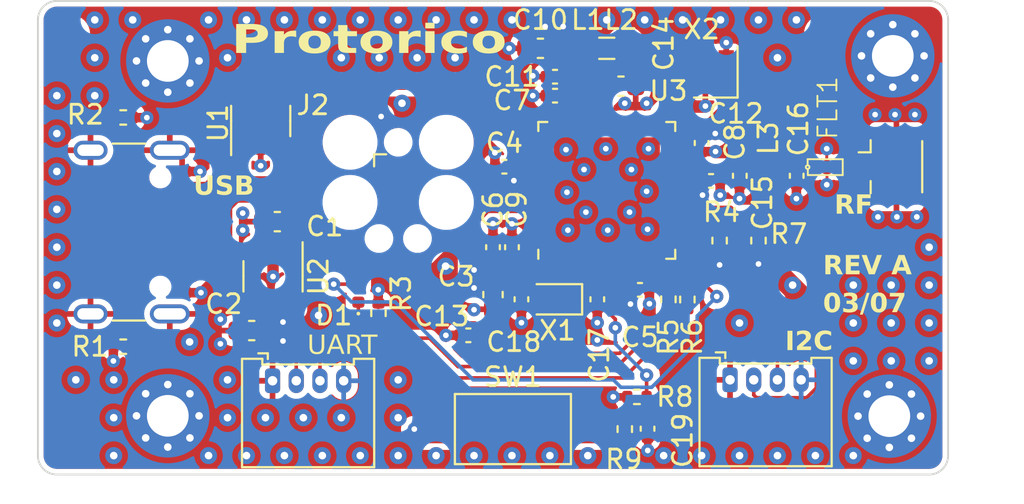
<source format=kicad_pcb>
(kicad_pcb (version 20221018) (generator pcbnew)
  (layers (0 "F.Cu" signal) (1 "In1.Cu" signal) (2 "In2.Cu" signal) (31 "B.Cu" signal) (34 "B.Paste" user) (35 "F.Paste" user) (36 "B.SilkS" user "B.Silkscreen") (37 "F.SilkS" user "F.Silkscreen") (38 "B.Mask" user) (39 "F.Mask" user) (44 "Edge.Cuts" user))
  (net 0 "")
  (net 1 "+5V")
  (net 2 "GND")
  (net 3 "+3.3V")
  (net 4 "/SWD_NRST")
  (net 5 "/RF")
  (net 6 "/RF_MATCH")
  (net 7 "/LSE_OUT")
  (net 8 "/LSE_IN")
  (net 9 "/LED_C")
  (net 10 "/LED_A")
  (net 11 "/RF_ANT")
  (net 12 "/USBC_CC1")
  (net 13 "/USBC_D+")
  (net 14 "/USBC_D-")
  (net 16 "/USBC_CC2")
  (net 18 "/SWD_DIO")
  (net 19 "/SWD_CLK")
  (net 20 "/SWD_TRC")
  (net 21 "/I2C_SDA")
  (net 22 "/UART_TX")
  (net 23 "/UART_RX")
  (net 24 "/I2C_SCL")
  (net 25 "/USB_D+")
  (net 26 "/USB_D-")
  (net 36 "/HSE_OUT")
  (net 37 "/HSE_IN")
  (net 49 "/SMPS_FB")
  (net 50 "/BOOT0")
  (net 51 "/SMPS_LX")
  (net 52 "/SMPS_LXL")
  (net 53 "/UART_TXC")
  (net 54 "/UART_RXC")
  (net 55 "/BSW")
  (footprint "Resistor_SMD:R_0402_1005Metric" (layer "F.Cu") (at 73.25 75.75 90)
    (fp_text reference "R5")
    (fp_text value "220R")
  )
  (footprint "MountingHole:MountingHole_2.2mm_M2_Pad_Via" (layer "F.Cu") (at 46.85 81.9)
    (fp_text reference "H3" hide)
    (fp_text value "MountingHole_Pad")
  )
  (footprint "LED_SMD:LED_0402_1005Metric" (layer "F.Cu") (at 56.9 75.415 90)
    (fp_text reference "D1")
    (fp_text value "LED")
  )
  (footprint "STM_MCU:DLF162500LT-5028A1" (layer "F.Cu") (at 81.6125 68.7725)
    (fp_text reference "FLT1")
    (fp_text value "DLF162500LT-5028A1")
  )
  (footprint "Capacitor_SMD:C_0402_1005Metric" (layer "F.Cu") (at 65 73 90)
    (fp_text reference "C9")
    (fp_text value "100n")
  )
  (footprint "Capacitor_SMD:C_0402_1005Metric" (layer "F.Cu") (at 67.27 64 180)
    (fp_text reference "C11")
    (fp_text value "100n")
  )
  (footprint "Fiducial:Fiducial_1mm_Mask2mm" (layer "F.Cu") (at 41.75 83.25)
    (fp_text reference "FM3" hide)
    (fp_text value "Fiducial")
  )
  (footprint "Inductor_SMD:L_0402_1005Metric" (layer "F.Cu") (at 78.515 68.75)
    (fp_text reference "L3")
    (fp_text value "2n7")
  )
  (footprint "Resistor_SMD:R_0402_1005Metric" (layer "F.Cu") (at 78 72.65 90)
    (fp_text reference "R7")
    (fp_text value "5k1")
  )
  (footprint "Crystal:Crystal_SMD_2012-2Pin_2.0x1.2mm" (layer "F.Cu") (at 67.5 75.75 180)
    (fp_text reference "X1")
    (fp_text value "32kHz768")
  )
  (footprint "Capacitor_SMD:C_0603_1608Metric" (layer "F.Cu") (at 64 75.5 -90)
    (fp_text reference "C3")
    (fp_text value "4u7")
  )
  (footprint "Package_DFN_QFN:QFN-48-1EP_7x7mm_P0.5mm_EP5.6x5.6mm" (layer "F.Cu") (at 70 70 90)
    (fp_text reference "U3")
    (fp_text value "STM32WB55CEUx")
  )
  (footprint "Capacitor_SMD:C_0402_1005Metric" (layer "F.Cu") (at 77.015 69.23 -90)
    (fp_text reference "C15")
    (fp_text value "0p8")
  )
  (footprint "Resistor_SMD:R_0402_1005Metric" (layer "F.Cu") (at 44.5 66.15)
    (fp_text reference "R2")
    (fp_text value "5k1")
  )
  (footprint "Capacitor_SMD:C_0402_1005Metric" (layer "F.Cu") (at 75.5 69.5)
    (fp_text reference "C8")
    (fp_text value "100n")
  )
  (footprint "Fiducial:Fiducial_1mm_Mask2mm" (layer "F.Cu") (at 81.4 61.75)
    (fp_text reference "FM2" hide)
    (fp_text value "Fiducial")
  )
  (footprint "Package_TO_SOT_SMD:SOT-23-5" (layer "F.Cu") (at 52.4 74.5375 -90)
    (fp_text reference "U2")
    (fp_text value "MIC5365-3.3YD5")
  )
  (footprint "Capacitor_SMD:C_0603_1608Metric" (layer "F.Cu") (at 51.275 77.4 180)
    (fp_text reference "C2")
    (fp_text value "4u7")
  )
  (footprint "Capacitor_SMD:C_0402_1005Metric" (layer "F.Cu") (at 69.5 75.75 -90)
    (fp_text reference "C17")
    (fp_text value "10p")
  )
  (footprint "Crystal:Crystal_SMD_2016-4Pin_2.0x1.6mm" (layer "F.Cu") (at 75.75 63.75 90)
    (fp_text reference "X2")
    (fp_text value "32MHz")
  )
  (footprint "Connector:Tag-Connect_TC2030-IDC-FP_2x03_P1.27mm_Vertical" (layer "F.Cu") (at 59 70 -90)
    (fp_text reference "J2")
    (fp_text value "TC2030")
  )
  (footprint "Connector_Coaxial:U.FL_Hirose_U.FL-R-SMT-1_Vertical" (layer "F.Cu") (at 84.8 68.75)
    (fp_text reference "J5" hide)
    (fp_text value "Conn_Coaxial")
  )
  (footprint "MountingHole:MountingHole_2.2mm_M2_Pad_Via" (layer "F.Cu") (at 84.9 81.916726)
    (fp_text reference "H4" hide)
    (fp_text value "MountingHole_Pad")
  )
  (footprint "Capacitor_SMD:C_0402_1005Metric" (layer "F.Cu") (at 71.75 75.25)
    (fp_text reference "C5")
    (fp_text value "100n")
  )
  (footprint "Capacitor_SMD:C_0603_1608Metric" (layer "F.Cu") (at 52.625 71.65 180)
    (fp_text reference "C1")
    (fp_text value "4u7")
  )
  (footprint "Resistor_SMD:R_0402_1005Metric" (layer "F.Cu") (at 74.25 75.76 90)
    (fp_text reference "R6")
    (fp_text value "220R")
  )
  (footprint "Connector_Molex:Molex_PicoBlade_53048-0410_1x04_P1.25mm_Horizontal" (layer "F.Cu") (at 52.375 80.05)
    (fp_text reference "J3" hide)
    (fp_text value "Conn_01x04")
  )
  (footprint "Inductor_SMD:L_0402_1005Metric" (layer "F.Cu") (at 68.75 64.5 90)
    (fp_text reference "L1")
    (fp_text value "10n")
  )
  (footprint "Resistor_SMD:R_0402_1005Metric" (layer "F.Cu") (at 70.95 82.6 -90)
    (fp_text reference "R9")
    (fp_text value "220R")
  )
  (footprint "Capacitor_SMD:C_0603_1608Metric" (layer "F.Cu") (at 70.75 64.5)
    (fp_text reference "C14")
    (fp_text value "4u7")
  )
  (footprint "Capacitor_SMD:C_0402_1005Metric" (layer "F.Cu") (at 65.5 75.75 -90)
    (fp_text reference "C18")
    (fp_text value "10p")
  )
  (footprint "Capacitor_SMD:C_0402_1005Metric" (layer "F.Cu") (at 64 73 90)
    (fp_text reference "C6")
    (fp_text value "100n")
  )
  (footprint "Resistor_SMD:R_0402_1005Metric" (layer "F.Cu") (at 44.5 78.25 180)
    (fp_text reference "R1")
    (fp_text value "5k1")
  )
  (footprint "Capacitor_SMD:C_0402_1005Metric" (layer "F.Cu") (at 80.015 69.23 -90)
    (fp_text reference "C16")
    (fp_text value "0p3")
  )
  (footprint "Capacitor_SMD:C_0402_1005Metric" (layer "F.Cu") (at 72.15 82.58 -90)
    (fp_text reference "C19")
    (fp_text value "100n")
  )
  (footprint "Connector_Molex:Molex_PicoBlade_53048-0410_1x04_P1.25mm_Horizontal" (layer "F.Cu") (at 76.5 80)
    (fp_text reference "J4" hide)
    (fp_text value "Conn_01x04")
  )
  (footprint "Inductor_SMD:L_0805_2012Metric" (layer "F.Cu") (at 70 62.5)
    (fp_text reference "L2")
    (fp_text value "10u")
  )
  (footprint "MountingHole:MountingHole_2.2mm_M2_Pad_Via" (layer "F.Cu") (at 85.083274 62.9)
    (fp_text reference "H1" hide)
    (fp_text value "MountingHole_Pad")
  )
  (footprint "Capacitor_SMD:C_0402_1005Metric" (layer "F.Cu") (at 62.7 77.65 180)
    (fp_text reference "C13")
    (fp_text value "100n")
  )
  (footprint "Package_TO_SOT_SMD:SOT-23-6" (layer "F.Cu") (at 51.75 66.3375 90)
    (fp_text reference "U1")
    (fp_text value "USBLC6-2SC6")
  )
  (footprint "Capacitor_SMD:C_0402_1005Metric" (layer "F.Cu") (at 67.27 65 180)
    (fp_text reference "C7")
    (fp_text value "100n")
  )
  (footprint "Capacitor_SMD:C_0402_1005Metric" (layer "F.Cu") (at 64.6 68.75 180)
    (fp_text reference "C4")
    (fp_text value "100n")
  )
  (footprint "MountingHole:MountingHole_2.2mm_M2_Pad_Via" (layer "F.Cu") (at 46.85 63.166726)
    (fp_text reference "H2" hide)
    (fp_text value "MountingHole_Pad")
  )
  (footprint "Capacitor_SMD:C_0603_1608Metric" (layer "F.Cu") (at 66.5 62.5 180)
    (fp_text reference "C10")
    (fp_text value "4u7")
  )
  (footprint "Button_Switch_SMD:SW_SPST_CK_RS282G05A3" (layer "F.Cu") (at 65.05 82.6 180)
    (fp_text reference "SW1")
    (fp_text value "SW_Push")
  )
  (footprint "Resistor_SMD:R_0402_1005Metric" (layer "F.Cu") (at 57.96 76.48 -90)
    (fp_text reference "R3")
    (fp_text value "220R")
  )
  (footprint "Connector_USB:USB_C_Receptacle_GCT_USB4105-xx-A_16P_TopMnt_Horizontal" (layer "F.Cu") (at 43.85 72.2 -90)
    (fp_text reference "J1" hide)
    (fp_text value "USB_C_Receptacle_USB2.0")
  )
  (footprint "Resistor_SMD:R_0402_1005Metric" (layer "F.Cu") (at 71.59 80.9 180)
    (fp_text reference "R8")
    (fp_text value "5k1")
  )
  (footprint "Resistor_SMD:R_0402_1005Metric" (layer "F.Cu") (at 75.95 72.65 -90)
    (fp_text reference "R4")
    (fp_text value "5k1")
  )
  (footprint "Capacitor_SMD:C_0402_1005Metric" (layer "F.Cu") (at 75 67.5 -90)
    (fp_text reference "C12")
    (fp_text value "100n")
  )
  (footprint "Fiducial:Fiducial_1mm_Mask2mm" (layer "F.Cu") (at 41.75 61.75)
    (fp_text reference "FM1" hide)
    (fp_text value "Fiducial")
  )
  (gr_line (start 41 60) (end 68 60) (stroke (width 0.1)) (layer "Edge.Cuts"))
  (gr_line (start 40 84.000001) (end 40 61) (stroke (width 0.1)) (layer "Edge.Cuts"))
  (gr_arc (start 40.999999 85) (mid 40.292893 84.707107) (end 40 84.000001) (stroke (width 0.1)) (layer "Edge.Cuts"))
  (gr_line (start 88 61) (end 88 84) (stroke (width 0.1)) (layer "Edge.Cuts"))
  (gr_arc (start 87 60) (mid 87.707107 60.292893) (end 88 61) (stroke (width 0.1)) (layer "Edge.Cuts"))
  (gr_arc (start 88 84) (mid 87.707107 84.707107) (end 87 85) (stroke (width 0.1)) (layer "Edge.Cuts"))
  (gr_line (start 68 60) (end 87 60) (stroke (width 0.1)) (layer "Edge.Cuts"))
  (gr_arc (start 40 61) (mid 40.292893 60.292893) (end 41 60) (stroke (width 0.1)) (layer "Edge.Cuts"))
  (gr_line (start 87 85) (end 41 85) (stroke (width 0.1)) (layer "Edge.Cuts"))
  (gr_text "I2C" (at 79.4 78.6) (layer "F.SilkS") (effects (font (size 1 1) (thickness 0.2) bold) (justify left bottom)))
  (gr_text "REV A" (at 81.4 74.6) (layer "F.SilkS") (effects (font (size 1 1) (thickness 0.1875)) (justify left bottom)))
  (gr_text "USB" (at 48.2 70.4) (layer "F.SilkS") (effects (font (size 1 1) (thickness 0.25) bold) (justify left bottom)))
  (gr_text "RF" (at 82 71.4) (layer "F.SilkS") (effects (font (size 1 1) (thickness 0.25) bold) (justify left bottom)))
  (gr_text "Protorico" (at 50.2 63) (layer "F.SilkS") (effects (font (size 1.5 2) (thickness 0.3) bold) (justify left bottom)))
  (gr_text "03/07" (at 81.4 76.6) (layer "F.SilkS") (effects (font (size 1 1) (thickness 0.1875)) (justify left bottom)))
  (gr_text "UART" (at 54.2 78.8) (layer "F.SilkS") (effects (font (size 1 1)) (justify left bottom)))
  (segment (start 53.4 71.65) (end 53.4 72.45) (width 0.5) (layer "F.Cu") (net 1))
  (segment (start 53.45 70.1) (end 53.15 70.4) (width 0.5) (layer "F.Cu") (net 1))
  (segment (start 53.4 73.35) (end 53.35 73.4) (width 0.5) (layer "F.Cu") (net 1))
  (segment (start 52.250001 66.3625) (end 53.102684 66.3625) (width 0.5) (layer "F.Cu") (net 1))
  (segment (start 48.931371 69.8) (end 47.53 69.8) (width 0.5) (layer "F.Cu") (net 1))
  (segment (start 49.8875 66.3625) (end 49.65 66.6) (width 0.5) (layer "F.Cu") (net 1))
  (segment (start 53.37 72.42) (end 53.4 72.45) (width 0.19) (layer "F.Cu") (net 1))
  (segment (start 50.468629 70.4) (end 53.15 70.4) (width 0.5) (layer "F.Cu") (net 1))
  (segment (start 51.45 73.4) (end 51.45 72.737501) (width 0.19) (layer "F.Cu") (net 1))
  (segment (start 53.102684 66.3625) (end 53.45 66.709816) (width 0.5) (layer "F.Cu") (net 1))
  (segment (start 53.4 70.65) (end 53.4 71.65) (width 0.5) (layer "F.Cu") (net 1))
  (segment (start 51.75 65.2) (end 51.75 65.862499) (width 0.5) (layer "F.Cu") (net 1))
  (segment (start 51.767501 72.42) (end 53.37 72.42) (width 0.19) (layer "F.Cu") (net 1))
  (segment (start 49.65 66.6) (end 49.65 69.081371) (width 0.5) (layer "F.Cu") (net 1))
  (segment (start 50 70.868629) (end 50.468629 70.4) (width 0.5) (layer "F.Cu") (net 1))
  (segment (start 53.45 66.709816) (end 53.45 70.1) (width 0.5) (layer "F.Cu") (net 1))
  (segment (start 51.75 65.862499) (end 52.250001 66.3625) (width 0.5) (layer "F.Cu") (net 1))
  (segment (start 48.199542 74.6) (end 50 72.799542) (width 0.5) (layer "F.Cu") (net 1))
  (segment (start 49.65 69.081371) (end 48.931371 69.8) (width 0.5) (layer "F.Cu") (net 1))
  (segment (start 47.53 74.6) (end 48.199542 74.6) (width 0.5) (layer "F.Cu") (net 1))
  (segment (start 53.15 70.4) (end 53.4 70.65) (width 0.5) (layer "F.Cu") (net 1))
  (segment (start 51.45 72.737501) (end 51.767501 72.42) (width 0.19) (layer "F.Cu") (net 1))
  (segment (start 53.4 72.45) (end 53.4 73.35) (width 0.5) (layer "F.Cu") (net 1))
  (segment (start 52.250001 66.3625) (end 49.8875 66.3625) (width 0.5) (layer "F.Cu") (net 1))
  (segment (start 50 72.799542) (end 50 70.868629) (width 0.5) (layer "F.Cu") (net 1))
  (segment (start 64.1 68.785) (end 64.1 68.015) (width 0.5) (layer "F.Cu") (net 2))
  (segment (start 81.6 67.8) (end 81.6 68.5325) (width 0.15) (layer "F.Cu") (net 2))
  (segment (start 74.965 67.95) (end 75.735 67.95) (width 0.5) (layer "F.Cu") (net 2))
  (segment (start 43.98 78.235) (end 43.98 79.005) (width 0.5) (layer "F.Cu") (net 2))
  (segment (start 69.25 69.25) (end 70 70) (width 0.25) (layer "F.Cu") (net 2))
  (segment (start 74.15 68.25) (end 74.42 67.98) (width 0.25) (layer "F.Cu") (net 2))
  (segment (start 51.75 68.7) (end 51.75 67.475) (width 0.15) (layer "F.Cu") (net 2))
  (segment (start 48.6 75.4) (end 47.53 75.4) (width 0.5) (layer "F.Cu") (net 2))
  (segment (start 48.55 69) (end 47.53 69) (width 0.5) (layer "F.Cu") (net 2))
  (segment (start 73.4375 68.25) (end 74.15 68.25) (width 0.25) (layer "F.Cu") (net 2))
  (segment (start 65 72.535) (end 65 71.765) (width 0.5) (layer "F.Cu") (net 2))
  (segment (start 74.42 67.98) (end 75 67.98) (width 0.25) (layer "F.Cu") (net 2))
  (segment (start 72.16 83.73) (end 72.16 83) (width 0.4) (layer "F.Cu") (net 2))
  (segment (start 65.5 76.215) (end 65.5 76.985) (width 0.5) (layer "F.Cu") (net 2))
  (segment (start 77 69.665) (end 77 70.435) (width 0.5) (layer "F.Cu") (net 2))
  (segment (start 81.6 68.5325) (end 81.6125 68.545) (width 0.15) (layer "F.Cu") (net 2))
  (segment (start 69.5 76.215) (end 69.5 76.985) (width 0.5) (layer "F.Cu") (net 2))
  (segment (start 75.98 69.485) (end 75.98 70.255) (width 0.5) (layer "F.Cu") (net 2))
  (segment (start 80 69.665) (end 80 70.435) (width 0.5) (layer "F.Cu") (net 2))
  (segment (start 70.34 80.9) (end 71.08 80.9) (width 0.4) (layer "F.Cu") (net 2))
  (segment (start 52.4 73.4) (end 52.4 74.55) (width 0.6) (layer "F.Cu") (net 2))
  (segment (start 44.975 66.16) (end 45.745 66.16) (width 0.5) (layer "F.Cu") (net 2))
  (segment (start 81.6 69.6) (end 81.6125 69.5875) (width 0.15) (layer "F.Cu") (net 2))
  (segment (start 57.95 76.015) (end 57.95 75.245) (width 0.5) (layer "F.Cu") (net 2))
  (segment (start 81.6 69.7) (end 81.6 69.6) (width 0.15) (layer "F.Cu") (net 2))
  (segment (start 62.285 77.65) (end 61.515 77.65) (width 0.5) (layer "F.Cu") (net 2))
  (segment (start 72.25 75.215) (end 72.25 75.985) (width 0.5) (layer "F.Cu") (net 2))
  (segment (start 64 72.52) (end 64 71.75) (width 0.5) (layer "F.Cu") (net 2))
  (segment (start 81.6125 69.5875) (end 81.6125 69) (width 0.15) (layer "F.Cu") (net 2))
  (segment (start 69.25 66.5625) (end 69.25 69.25) (width 0.25) (layer "F.Cu") (net 2))
  (via (at 84.3 71.4) (size 0.7) (drill 0.3) (layers "F.Cu" "B.Cu") (net 2))
  (via (at 44 80) (size 0.9) (drill 0.4) (layers "F.Cu" "B.Cu") (net 2))
  (via (at 72.15 72.05) (size 0.7) (drill 0.3) (layers "F.Cu" "B.Cu") (net 2))
  (via (at 86.25 66) (size 0.7) (drill 0.3) (layers "F.Cu" "B.Cu") (net 2))
  (via (at 61.5 74) (size 0.9) (drill 0.4) (layers "F.Cu" "B.Cu") (net 2))
  (via (at 74 61) (size 0.9) (drill 0.4) (layers "F.Cu" "B.Cu") (net 2))
  (via (at 75.2 65.55) (size 0.7) (drill 0.3) (layers "F.Cu" "B.Cu") (net 2))
  (via (at 81.6 67.8) (size 0.7) (drill 0.3) (layers "F.Cu" "B.Cu") (net 2))
  (via (at 85.3 71.4) (size 0.7) (drill 0.3) (layers "F.Cu" "B.Cu") (net 2))
  (via (at 87 73) (size 0.9) (drill 0.4) (layers "F.Cu" "B.Cu") (net 2))
  (via (at 81.6 69.7) (size 0.7) (drill 0.3) (layers "F.Cu" "B.Cu") (net 2))
  (via (at 41 65) (size 0.9) (drill 0.4) (layers "F.Cu" "B.Cu") (net 2))
  (via (at 52 82) (size 0.9) (drill 0.4) (layers "F.Cu" "B.Cu") (net 2))
  (via (at 63 61) (size 0.9) (drill 0.4) (layers "F.Cu" "B.Cu") (net 2))
  (via (at 41 73) (size 0.9) (drill 0.4) (layers "F.Cu" "B.Cu") (net 2))
  (via (at 75.735 67.95) (size 0.7) (drill 0.3) (layers "F.Cu" "B.Cu") (net 2))
  (via (at 72.1 70.05) (size 0.7) (drill 0.3) (layers "F.Cu" "B.Cu") (net 2))
  (via (at 54 82) (size 0.9) (drill 0.4) (layers "F.Cu" "B.Cu") (net 2))
  (via (at 84.15 66) (size 0.7) (drill 0.3) (layers "F.Cu" "B.Cu") (net 2))
  (via (at 77 84) (size 0.9) (drill 0.4) (layers "F.Cu" "B.Cu") (net 2))
  (via (at 45 61) (size 0.9) (drill 0.4) (layers "F.Cu" "B.Cu") (net 2))
  (via (at 41 69) (size 0.9) (drill 0.4) (layers "F.Cu" "B.Cu") (net 2))
  (via (at 41 75) (size 0.9) (drill 0.4) (layers "F.Cu" "B.Cu") (net 2))
  (via (at 59 84) (size 0.9) (drill 0.4) (layers "F.Cu" "B.Cu") (net 2))
  (via (at 59 82) (size 0.9) (drill 0.4) (layers "F.Cu" "B.Cu") (net 2))
  (via (at 78 61) (size 0.9) (drill 0.4) (layers "F.Cu" "B.Cu") (net 2))
  (via (at 63 76.3) (size 0.7) (drill 0.3) (layers "F.Cu" "B.Cu") (net 2))
  (via (at 65 84) (size 0.9) (drill 0.4) (layers "F.Cu" "B.Cu") (net 2))
  (via (at 55 84) (size 0.9) (drill 0.4) (layers "F.Cu" "B.Cu") (net 2))
  (via (at 71.3 68.9) (size 0.7) (drill 0.3) (layers "F.Cu" "B.Cu") (net 2))
  (via (at 80 70.435) (size 0.7) (drill 0.3) (layers "F.Cu" "B.Cu") (net 2))
  (via (at 77 77) (size 0.9) (drill 0.4) (layers "F.Cu" "B.Cu") (net 2))
  (via (at 50 80) (size 0.9) (drill 0.4) (layers "F.Cu" "B.Cu") (net 2))
  (via (at 86.35 71.4) (size 0.7) (drill 0.3) (layers "F.Cu" "B.Cu") (net 2))
  (via (at 87 75) (size 0.9) (drill 0.4) (layers "F.Cu" "B.Cu") (net 2))
  (via (at 41 67) (size 0.9) (drill 0.4) (layers "F.Cu" "B.Cu") (net 2))
  (via (at 83 79) (size 0.9) (drill 0.4) (layers "F.Cu" "B.Cu") (net 2))
  (via (at 83 77) (size 0.9) (drill 0.4) (layers "F.Cu" "B.Cu") (net 2))
  (via (at 79 63) (size 0.9) (drill 0.4) (layers "F.Cu" "B.Cu") (net 2))
  (via (at 81 84) (size 0.9) (drill 0.4) (layers "F.Cu" "B.Cu") (net 2))
  (via (at 50 63) (size 0.9) (drill 0.4) (layers "F.Cu" "B.Cu") (net 2))
  (via (at 49.625 78.1) (size 0.7) (drill 0.3) (layers "F.Cu" "B.Cu") (net 2))
  (via (at 61 61) (size 0.9) (drill 0.4) (layers "F.Cu" "B.Cu") (net 2))
  (via (at 60 63) (size 0.9) (drill 0.4) (layers "F.Cu" "B.Cu") (net 2))
  (via (at 71.2 71.15) (size 0.7) (drill 0.3) (layers "F.Cu" "B.Cu") (net 2))
  (via (at 83 75) (size 0.9) (drill 0.4) (layers "F.Cu" "B.Cu") (net 2))
  (via (at 70.05 72.1) (size 0.7) (drill 0.3) (layers "F.Cu" "B.Cu") (net 2))
  (via (at 79.8 75) (size 0.9) (drill 0.4) (layers "F.Cu" "B.Cu") (net 2))
  (via (at 41 77) (size 0.9) (drill 0.4) (layers "F.Cu" "B.Cu") (net 2))
  (via (at 57.95 75.245) (size 0.7) (drill 0.3) (layers "F.Cu" "B.Cu") (net 2))
  (via (at 87 79) (size 0.9) (drill 0.4) (layers "F.Cu" "B.Cu") (net 2))
  (via (at 48.6 75.4) (size 0.7) (drill 0.3) (layers "F.Cu" "B.Cu") (net 2))
  (via (at 79 84) (size 0.9) (drill 0.4) (layers "F.Cu" "B.Cu") (net 2))
  (via (at 85 75) (size 0.9) (drill 0.4) (layers "F.Cu" "B.Cu") (net 2))
  (via (at 75 84) (size 0.9) (drill 0.4) (layers "F.Cu" "B.Cu") (net 2))
  (via (at 67 84) (size 0.9) (drill 0.4) (layers "F.Cu" "B.Cu") (net 2))
  (via (at 58 63) (size 0.9) (drill 0.4) (layers "F.Cu" "B.Cu") (net 2))
  (via (at 85 79) (size 0.9) (drill 0.4) (layers "F.Cu" "B.Cu") (net 2))
  (via (at 69 84) (size 0.9) (drill 0.4) (layers "F.Cu" "B.Cu") (net 2))
  (via (at 57 61) (size 0.9) (drill 0.4) (layers "F.Cu" "B.Cu") (net 2))
  (via (at 65 61) (size 0.9) (drill 0.4) (layers "F.Cu" "B.Cu") (net 2))
  (via (at 49 61) (size 0.9) (drill 0.4) (layers "F.Cu" "B.Cu") (net 2))
  (via (at 43 65) (size 0.9) (drill 0.4) (layers "F.Cu" "B.Cu") (net 2))
  (via (at 64 71.75) (size 0.7) (drill 0.3) (layers "F.Cu" "B.Cu") (net 2))
  (via (at 72.1 65.4) (size 0.7) (drill 0.3) (layers "F.Cu" "B.Cu") (net 2))
  (via (at 61.515 77.65) (size 0.7) (drill 0.3) (layers "F.Cu" "B.Cu") (net 2))
  (via (at 50.8 71.2) (size 0.7) (drill 0.3) (layers "F.Cu" "B.Cu") (net 2))
  (via (at 62 63) (size 0.9) (drill 0.4) (layers "F.Cu" "B.Cu") (net 2))
  (via (at 70.95 65.4) (size 0.7) (drill 0.3) (layers "F.Cu" "B.Cu") (net 2))
  (via (at 57 84) (size 0.9) (drill 0.4) (layers "F.Cu" "B.Cu") (net 2))
  (via (at 80 61) (size 0.9) (drill 0.4) (layers "F.Cu" "B.Cu") (net 2))
  (via (at 64.85 62.5) (size 0.7) (drill 0.3) (layers "F.Cu" "B.Cu") (net 2))
  (via (at 85 77) (size 0.9) (drill 0.4) (layers "F.Cu" "B.Cu") (net 2))
  (via (at 87 77) (size 0.9) (drill 0.4) (layers "F.Cu" "B.Cu") (net 2))
  (via (at 56 82) (size 0.9) (drill 0.4) (layers "F.Cu" "B.Cu") (net 2))
  (via (at 67.85 67.85) (size 0.7) (drill 0.3) (layers "F.Cu" "B.Cu") (net 2))
  (via (at 44 84) (size 0.9) (drill 0.4) (layers "F.Cu" "B.Cu") (net 2))
  (via (at 76 61) (size 0.9) (drill 0.4) (layers "F.Cu" "B.Cu") (net 2))
  (via (at 41 71) (size 0.9) (drill 0.4) (layers "F.Cu" "B.Cu") (net 2))
  (via (at 72.2 67.8) (size 0.7) (drill 0.3) (layers "F.Cu" "B.Cu") (net 2))
  (via (at 70.34 80.9) (size 0.7) (drill 0.3) (layers "F.Cu" "B.Cu") (net 2))
  (via (at 64.1 68.015) (size 0.7) (drill 0.3) (layers "F.Cu" "B.Cu") (net 2))
  (via (at 59 61) (size 0.9) (drill 0.4) (layers "F.Cu" "B.Cu") (net 2))
  (via (at 48.55 69) (size 0.7) (drill 0.3) (layers "F.Cu" "B.Cu") (net 2))
  (via (at 51 84) (size 0.9) (drill 0.4) (layers "F.Cu" "B.Cu") (net 2))
  (via (at 72.16 83.73) (size 0.7) (drill 0.3) (layers "F.Cu" "B.Cu") (net 2))
  (via (at 69.5 76.985) (size 0.7) (drill 0.3) (layers "F.Cu" "B.Cu") (net 2))
  (via (at 85.2 66) (size 0.7) (drill 0.3) (layers "F.Cu" "B.Cu") (net 2))
  (via (at 50 82) (size 0.9) (drill 0.4) (layers "F.Cu" "B.Cu") (net 2))
  (via (at 68.9 71.15) (size 0.7) (drill 0.3) (layers "F.Cu" "B.Cu") (net 2))
  (via (at 69.95 67.8) (size 0.7) (drill 0.3) (layers "F.Cu" "B.Cu") (net 2))
  (via (at 63 84) (size 0.9) (drill 0.4) (layers "F.Cu" "B.Cu") (net 2))
  (via (at 56 63) (size 0.9) (drill 0.4) (layers "F.Cu" "B.Cu") (net 2))
  (via (at 53 84) (size 0.9) (drill 0.4) (layers "F.Cu" "B.Cu") (net 2))
  (via (at 69.5 77.9) (size 0.7) (drill 0.3) (layers "F.Cu" "B.Cu") (net 2))
  (via (at 70 61) (size 0.9) (drill 0.4) (layers "F.Cu" "B.Cu") (net 2))
  (via (at 45.745 66.16) (size 0.7) (drill 0.3) (layers "F.Cu" "B.Cu") (net 2))
  (via (at 67.95 72.1) (size 0.7) (drill 0.3) (layers "F.Cu" "B.Cu") (net 2))
  (via (at 43 61) (size 0.9) (drill 0.4) (layers "F.Cu" "B.Cu") (net 2))
  (via (at 75.98 70.255) (size 0.7) (drill 0.3) (layers "F.Cu" "B.Cu") (net 2))
  (via (at 48 78) (size 0.9) (drill 0.4) (layers "F.Cu" "B.Cu") (net 2))
  (via (at 51.75 68.7) (size 0.7) (drill 0.3) (layers "F.Cu" "B.Cu") (net 2))
  (via (at 52.4 74.55) (size 0.7) (drill 0.3) (layers "F.Cu" "B.Cu") (net 2))
  (via (at 49 84) (size 0.9) (drill 0.4) (layers "F.Cu" "B.Cu") (net 2))
  (via (at 59 80) (size 0.9) (drill 0.4) (layers "F.Cu" "B.Cu") (net 2))
  (via (at 61 84) (size 0.9) (drill 0.4) (layers "F.Cu" "B.Cu") (net 2))
  (via (at 49.625 76.8) (size 0.7) (drill 0.3) (layers "F.Cu" "B.Cu") (net 2))
  (via (at 65 71.765) (size 0.7) (drill 0.3) (layers "F.Cu" "B.Cu") (net 2))
  (via (at 44 82) (size 0.9) (drill 0.4) (layers "F.Cu" "B.Cu") (net 2))
  (via (at 54.8 76.6) (size 0.9) (drill 0.4) (layers "F.Cu" "B.Cu") (net 2))
  (via (at 43.98 79.005) (size 0.7) (drill 0.3) (layers "F.Cu" "B.Cu") (net 2))
  (via (at 43 63) (size 0.9) (drill 0.4) (layers "F.Cu" "B.Cu") (net 2))
  (via (at 59.2 65.4) (size 0.9) (drill 0.4) (layers "F.Cu" "B.Cu") (net 2))
  (via (at 50.8 72.1) (size 0.7) (drill 0.3) (layers "F.Cu" "B.Cu") (net 2))
  (via (at 66.1 63.95) (size 0.7) (drill 0.3) (layers "F.Cu" "B.Cu") (net 2))
  (via (at 77 70.435) (size 0.7) (drill 0.3) (layers "F.Cu" "B.Cu") (net 2))
  (via (at 73 84) (size 0.9) (drill 0.4) (layers "F.Cu" "B.Cu") (net 2))
  (via (at 42 80) (size 0.9) (drill 0.4) (layers "F.Cu" "B.Cu") (net 2))
  (via (at 53 61) (size 0.9) (drill 0.4) (layers "F.Cu" "B.Cu") (net 2))
  (via (at 76.3 62.2) (size 0.7) (drill 0.3) (layers "F.Cu" "B.Cu") (net 2))
  (via (at 66.1 65) (size 0.7) (drill 0.3) (layers "F.Cu" "B.Cu") (net 2))
  (via (at 51 61) (size 0.9) (drill 0.4) (layers "F.Cu" "B.Cu") (net 2))
  (via (at 55 61) (size 0.9) (drill 0.4) (layers "F.Cu" "B.Cu") (net 2))
  (via (at 72.25 75.985) (size 0.7) (drill 0.3) (layers "F.Cu" "B.Cu") (net 2))
  (via (at 67.9 70.1) (size 0.7) (drill 0.3) (layers "F.Cu" "B.Cu") (net 2))
  (via (at 65.5 76.985) (size 0.7) (drill 0.3) (layers "F.Cu" "B.Cu") (net 2))
  (via (at 83 84) (size 0.9) (drill 0.4) (layers "F.Cu" "B.Cu") (net 2))
  (via (at 72 61) (size 0.9) (drill 0.4) (layers "F.Cu" "B.Cu") (net 2))
  (via (at 68.8 68.9) (size 0.7) (drill 0.3) (layers "F.Cu" "B.Cu") (net 2))
  (segment (start 71.290468 74.531854) (end 71.290468 75.229532) (width 0.2) (layer "F.Cu") (net 3))
  (segment (start 70.75 73.4375) (end 70.75 73.991386) (width 0.2) (layer "F.Cu") (net 3))
  (segment (start 65.8 68.75) (end 66.5625 68.75) (width 0.25) (layer "F.Cu") (net 3))
  (segment (start 74 67.75) (end 73.4375 67.75) (width 0.25) (layer "F.Cu") (net 3))
  (segment (start 71.25 76) (end 71.25 75.27) (width 0.5) (layer "F.Cu") (net 3))
  (segment (start 78 73.115) (end 78 73.885) (width 0.5) (layer "F.Cu") (net 3))
  (segment (start 74 67.75) (end 74.73 67.02) (width 0.25) (layer "F.Cu") (net 3))
  (segment (start 58.08 68.445) (end 58.365 68.73) (width 0.3) (layer "F.Cu") (net 3))
  (segment (start 70.75 73.991386) (end 71.290468 74.531854) (width 0.2) (layer "F.Cu") (net 3))
  (segment (start 71.290468 75.229532) (end 71.27 75.25) (width 0.2) (layer "F.Cu") (net 3))
  (segment (start 73.4375 69.25) (end 73.889386 69.25) (width 0.2) (layer "F.Cu") (net 3))
  (segment (start 73.889386 69.25) (end 74.139386 69.5) (width 0.2) (layer "F.Cu") (net 3))
  (segment (start 74.139386 69.5) (end 75.02 69.5) (width 0.2) (layer "F.Cu") (net 3))
  (segment (start 58.08 66.12) (end 58.08 68.445) (width 0.3) (layer "F.Cu") (net 3))
  (segment (start 75.95 73.165) (end 75.95 73.935) (width 0.5) (layer "F.Cu") (net 3))
  (segment (start 58.1 66.1) (end 58.08 66.12) (width 0.3) (layer "F.Cu") (net 3))
  (segment (start 74.73 67.02) (end 75 67.02) (width 0.25) (layer "F.Cu") (net 3))
  (segment (start 71.25 75.27) (end 71.27 75.25) (width 0.5) (layer "F.Cu") (net 3))
  (segment (start 59.85 82.6) (end 61.15 82.6) (width 0.6) (layer "F.Cu") (net 3))
  (segment (start 65.8 68.75) (end 65.08 68.75) (width 0.5) (layer "F.Cu") (net 3))
  (segment (start 71.25 75.23) (end 71.25 76) (width 0.5) (layer "F.Cu") (net 3))
  (segment (start 75.05 69.48) (end 75.05 70.25) (width 0.5) (layer "F.Cu") (net 3))
  (segment (start 74.95 67) (end 75.72 67) (width 0.5) (layer "F.Cu") (net 3))
  (segment (start 65.1 68.715) (end 65.1 69.485) (width 0.5) (layer "F.Cu") (net 3))
  (via (at 75.95 73.935) (size 0.7) (drill 0.3) (layers "F.Cu" "B.Cu") (net 3))
  (via (at 63 74.2) (size 0.7) (drill 0.3) (layers "F.Cu" "B.Cu") (net 3))
  (via (at 58.1 66.1) (size 0.7) (drill 0.3) (layers "F.Cu" "B.Cu") (net 3))
  (via (at 52.925 77.95) (size 0.7) (drill 0.3) (layers "F.Cu" "B.Cu") (net 3))
  (via (at 63 75.15) (size 0.7) (drill 0.3) (layers "F.Cu" "B.Cu") (net 3))
  (via (at 65.1 69.485) (size 0.7) (drill 0.3) (layers "F.Cu" "B.Cu") (net 3))
  (via (at 67.7 61.35) (size 0.7) (drill 0.3) (layers "F.Cu" "B.Cu") (net 3))
  (via (at 52.925 76.95) (size 0.7) (drill 0.3) (layers "F.Cu" "B.Cu") (net 3))
  (via (at 71.25 76) (size 0.7) (drill 0.3) (layers "F.Cu" "B.Cu") (net 3))
  (via (at 66.75 61.35) (size 0.7) (drill 0.3) (layers "F.Cu" "B.Cu") (net 3))
  (via (at 75.05 70.25) (size 0.7) (drill 0.3) (layers "F.Cu" "B.Cu") (net 3))
  (via (at 78 73.885) (size 0.7) (drill 0.3) (layers "F.Cu" "B.Cu") (net 3))
  (via (at 59.85 82.6) (size 0.7) (drill 0.3) (layers "F.Cu" "B.Cu") (net 3))
  (via (at 75.72 67) (size 0.7) (drill 0.3) (layers "F.Cu" "B.Cu") (net 3))
  (segment (start 63.18 77.65) (end 63.18 77.135) (width 0.19) (layer "F.Cu") (net 4))
  (segment (start 57.415 69.05) (end 58.365 70) (width 0.19) (layer "F.Cu") (net 4))
  (segment (start 71.3 77.975) (end 70.675 78.6) (width 0.19) (layer "F.Cu") (net 4))
  (segment (start 63.045 77) (end 62.593916 77) (width 0.19) (layer "F.Cu") (net 4))
  (segment (start 70.25 74.395468) (end 70.605 74.750468) (width 0.19) (layer "F.Cu") (net 4))
  (segment (start 59.793916 74.2) (end 58.8 74.2) (width 0.19) (layer "F.Cu") (net 4))
  (segment (start 71.287832 76.95) (end 71.3 76.95) (width 0.19) (layer "F.Cu") (net 4))
  (segment (start 70.675 78.6) (end 65.33 78.6) (width 0.19) (layer "F.Cu") (net 4))
  (segment (start 55.8 69.05) (end 57.415 69.05) (width 0.19) (layer "F.Cu") (net 4))
  (segment (start 54.6 70.25) (end 55.8 69.05) (width 0.19) (layer "F.Cu") (net 4))
  (segment (start 58.55 73.95) (end 55.5 73.95) (width 0.19) (layer "F.Cu") (net 4))
  (segment (start 70.25 73.4375) (end 70.25 74.395468) (width 0.19) (layer "F.Cu") (net 4))
  (segment (start 62.593916 77) (end 59.793916 74.2) (width 0.19) (layer "F.Cu") (net 4))
  (segment (start 70.605 74.750468) (end 70.605 76.267168) (width 0.19) (layer "F.Cu") (net 4))
  (segment (start 70.605 76.267168) (end 71.287832 76.95) (width 0.19) (layer "F.Cu") (net 4))
  (segment (start 63.18 77.135) (end 63.045 77) (width 0.19) (layer "F.Cu") (net 4))
  (segment (start 54.6 73.05) (end 54.6 70.25) (width 0.19) (layer "F.Cu") (net 4))
  (segment (start 55.5 73.95) (end 54.6 73.05) (width 0.19) (layer "F.Cu") (net 4))
  (segment (start 65.33 78.6) (end 64.38 77.65) (width 0.19) (layer "F.Cu") (net 4))
  (segment (start 71.3 76.95) (end 71.3 77.975) (width 0.19) (layer "F.Cu") (net 4))
  (segment (start 58.8 74.2) (end 58.55 73.95) (width 0.19) (layer "F.Cu") (net 4))
  (segment (start 64.38 77.65) (end 63.18 77.65) (width 0.19) (layer "F.Cu") (net 4))
  (segment (start 73.4375 68.75) (end 77.015 68.75) (width 0.19) (layer "F.Cu") (net 5))
  (segment (start 77.015 68.75) (end 78.03 68.75) (width 0.19) (layer "F.Cu") (net 5))
  (segment (start 80.9775 68.75) (end 81 68.7725) (width 0.19) (layer "F.Cu") (net 6))
  (segment (start 79 68.75) (end 80.015 68.75) (width 0.19) (layer "F.Cu") (net 6))
  (segment (start 80.015 68.75) (end 80.9775 68.75) (width 0.19) (layer "F.Cu") (net 6))
  (segment (start 68.6 75.75) (end 68.2 75.75) (width 0.19) (layer "F.Cu") (net 7))
  (segment (start 69.5 75.27) (end 69.08 75.27) (width 0.19) (layer "F.Cu") (net 7))
  (segment (start 69.08 75.27) (end 68.6 75.75) (width 0.19) (layer "F.Cu") (net 7))
  (segment (start 69.16752 74.56) (end 69.5 74.89248) (width 0.19) (layer "F.Cu") (net 7))
  (segment (start 68.25 73.933858) (end 68.876142 74.56) (width 0.19) (layer "F.Cu") (net 7))
  (segment (start 69.5 74.89248) (end 69.5 75.27) (width 0.19) (layer "F.Cu") (net 7))
  (segment (start 68.876142 74.56) (end 69.16752 74.56) (width 0.19) (layer "F.Cu") (net 7))
  (segment (start 68.25 73.4375) (end 68.25 73.933858) (width 0.19) (layer "F.Cu") (net 7))
  (segment (start 66.8 75) (end 66.8 75.75) (width 0.19) (layer "F.Cu") (net 8))
  (segment (start 67.75 73.4375) (end 67.75 74.05) (width 0.19) (layer "F.Cu") (net 8))
  (segment (start 65.82 75.27) (end 65.5 75.27) (width 0.19) (layer "F.Cu") (net 8))
  (segment (start 66.8 75.75) (end 66.3 75.75) (width 0.19) (layer "F.Cu") (net 8))
  (segment (start 66.3 75.75) (end 65.82 75.27) (width 0.19) (layer "F.Cu") (net 8))
  (segment (start 67.75 74.05) (end 66.8 75) (width 0.19) (layer "F.Cu") (net 8))
  (segment (start 57.175 76.99) (end 57.96 76.99) (width 0.19) (layer "F.Cu") (net 9))
  (segment (start 56.9 75.9) (end 56.9 76.715) (width 0.19) (layer "F.Cu") (net 9))
  (segment (start 56.9 76.715) (end 57.175 76.99) (width 0.19) (layer "F.Cu") (net 9))
  (segment (start 75.15 72.517686) (end 75.15 74.95) (width 0.19) (layer "F.Cu") (net 10))
  (segment (start 56.88 74.95) (end 56.9 74.93) (width 0.19) (layer "F.Cu") (net 10))
  (segment (start 73.4375 71.25) (end 73.882314 71.25) (width 0.19) (layer "F.Cu") (net 10))
  (segment (start 73.882314 71.25) (end 75.15 72.517686) (width 0.19) (layer "F.Cu") (net 10))
  (segment (start 55.6 74.95) (end 56.88 74.95) (width 0.19) (layer "F.Cu") (net 10))
  (segment (start 75.15 74.95) (end 75.8 75.6) (width 0.19) (layer "F.Cu") (net 10))
  (via (at 55.6 74.95) (size 0.7) (drill 0.3) (layers "F.Cu" "B.Cu") (net 10))
  (via (at 75.8 75.6) (size 0.7) (drill 0.3) (layers "F.Cu" "B.Cu") (net 10))
  (segment (start 74.77 76.63) (end 74.77 77.992168) (width 0.19) (layer "B.Cu") (net 10))
  (segment (start 58.84 75.89) (end 56.54 75.89) (width 0.19) (layer "B.Cu") (net 10))
  (segment (start 62.952832 80) (end 60.702832 77.75) (width 0.19) (layer "B.Cu") (net 10))
  (segment (start 74.77 77.992168) (end 72.367168 80.395) (width 0.19) (layer "B.Cu") (net 10))
  (segment (start 70.745 80.395) (end 70.35 80) (width 0.19) (layer "B.Cu") (net 10))
  (segment (start 72.367168 80.395) (end 70.745 80.395) (width 0.19) (layer "B.Cu") (net 10))
  (segment (start 70.35 80) (end 62.952832 80) (width 0.19) (layer "B.Cu") (net 10))
  (segment (start 60.7 77.75) (end 58.84 75.89) (width 0.19) (layer "B.Cu") (net 10))
  (segment (start 56.54 75.89) (end 55.6 74.95) (width 0.19) (layer "B.Cu") (net 10))
  (segment (start 75.8 75.6) (end 74.77 76.63) (width 0.19) (layer "B.Cu") (net 10))
  (segment (start 60.702832 77.75) (end 60.7 77.75) (width 0.19) (layer "B.Cu") (net 10))
  (segment (start 83.7275 68.7725) (end 83.75 68.75) (width 0.19) (layer "F.Cu") (net 11))
  (segment (start 82.225 68.7725) (end 83.7275 68.7725) (width 0.19) (layer "F.Cu") (net 11))
  (segment (start 44.25 69.8) (end 44.25 66.8) (width 0.3) (layer "F.Cu") (net 12))
  (segment (start 45.4 70.95) (end 44.25 69.8) (width 0.3) (layer "F.Cu") (net 12))
  (segment (start 47.53 70.95) (end 45.4 70.95) (width 0.3) (layer "F.Cu") (net 12))
  (segment (start 43.99 66.54) (end 43.99 66.15) (width 0.3) (layer "F.Cu") (net 12))
  (segment (start 44.25 66.8) (end 43.99 66.54) (width 0.3) (layer "F.Cu") (net 12))
  (segment (start 48.95 71.95) (end 47.53 71.95) (width 0.22) (layer "F.Cu") (net 13))
  (segment (start 52.7 68.932762) (end 52.272762 69.36) (width 0.22) (layer "F.Cu") (net 13))
  (segment (start 48.3 72.95) (end 48.95 72.3) (width 0.22) (layer "F.Cu") (net 13))
  (segment (start 47.53 72.95) (end 48.3 72.95) (width 0.22) (layer "F.Cu") (net 13))
  (segment (start 49.44 71.46) (end 48.95 71.95) (width 0.22) (layer "F.Cu") (net 13))
  (segment (start 49.44 70.636669) (end 49.44 71.46) (width 0.22) (layer "F.Cu") (net 13))
  (segment (start 52.7 67.475) (end 52.7 68.932762) (width 0.22) (layer "F.Cu") (net 13))
  (segment (start 50.716669 69.36) (end 49.44 70.636669) (width 0.22) (layer "F.Cu") (net 13))
  (segment (start 48.95 72.3) (end 48.95 71.95) (width 0.22) (layer "F.Cu") (net 13))
  (segment (start 52.272762 69.36) (end 50.716669 69.36) (width 0.22) (layer "F.Cu") (net 13))
  (segment (start 46.7 72.45) (end 47.53 72.45) (width 0.22) (layer "F.Cu") (net 14))
  (segment (start 50.8 67.475) (end 50.8 68.75) (width 0.22) (layer "F.Cu") (net 14))
  (segment (start 49.05 71.25) (end 48.85 71.45) (width 0.22) (layer "F.Cu") (net 14))
  (segment (start 50.8 68.75) (end 49.05 70.5) (width 0.22) (layer "F.Cu") (net 14))
  (segment (start 48.85 71.45) (end 47.53 71.45) (width 0.22) (layer "F.Cu") (net 14))
  (segment (start 46.35 71.75) (end 46.35 72.1) (width 0.22) (layer "F.Cu") (net 14))
  (segment (start 46.35 72.1) (end 46.7 72.45) (width 0.22) (layer "F.Cu") (net 14))
  (segment (start 46.65 71.45) (end 46.35 71.75) (width 0.22) (layer "F.Cu") (net 14))
  (segment (start 47.53 71.45) (end 46.65 71.45) (width 0.22) (layer "F.Cu") (net 14))
  (segment (start 49.05 70.5) (end 49.05 71.25) (width 0.22) (layer "F.Cu") (net 14))
  (segment (start 45.45 73.95) (end 45.01 74.39) (width 0.3) (layer "F.Cu") (net 16))
  (segment (start 47.53 73.95) (end 45.45 73.95) (width 0.3) (layer "F.Cu") (net 16))
  (segment (start 45.01 74.39) (end 45.01 78.25) (width 0.3) (layer "F.Cu") (net 16))
  (segment (start 59.9 68.465) (end 59.635 68.73) (width 0.15) (layer "F.Cu") (net 18))
  (segment (start 66.5625 68.25) (end 66.5375 68.225) (width 0.15) (layer "F.Cu") (net 18))
  (segment (start 65.957462 68.165) (end 65.315 68.165) (width 0.15) (layer "F.Cu") (net 18))
  (segment (start 66.05 68.25) (end 66.046231 68.253769) (width 0.15) (layer "F.Cu") (net 18))
  (segment (start 66.046231 68.253769) (end 65.957462 68.165) (width 0.15) (layer "F.Cu") (net 18))
  (segment (start 61.05 65.55) (end 59.9 66.7) (width 0.15) (layer "F.Cu") (net 18))
  (segment (start 66.5625 68.25) (end 66.05 68.25) (width 0.15) (layer "F.Cu") (net 18))
  (segment (start 65.315 68.165) (end 62.7 65.55) (width 0.15) (layer "F.Cu") (net 18))
  (segment (start 59.9 66.7) (end 59.9 68.465) (width 0.15) (layer "F.Cu") (net 18))
  (segment (start 62.7 65.55) (end 61.05 65.55) (width 0.15) (layer "F.Cu") (net 18))
  (segment (start 66.5625 69.25) (end 66.117686 69.25) (width 0.19) (layer "F.Cu") (net 19))
  (segment (start 60.8 69) (end 60.635 69) (width 0.19) (layer "F.Cu") (net 19))
  (segment (start 66.117686 69.25) (end 65.745 69.622686) (width 0.19) (layer "F.Cu") (net 19))
  (segment (start 65.745 69.622686) (end 65.745 69.855) (width 0.19) (layer "F.Cu") (net 19))
  (segment (start 60.80245 69.00245) (end 60.8 69) (width 0.19) (layer "F.Cu") (net 19))
  (segment (start 60.635 69) (end 59.635 70) (width 0.19) (layer "F.Cu") (net 19))
  (segment (start 65.47 70.13) (end 63.53 70.13) (width 0.19) (layer "F.Cu") (net 19))
  (segment (start 62.40245 69.00245) (end 60.80245 69.00245) (width 0.19) (layer "F.Cu") (net 19))
  (segment (start 63.53 70.13) (end 62.40245 69.00245) (width 0.19) (layer "F.Cu") (net 19))
  (segment (start 65.745 69.855) (end 65.47 70.13) (width 0.19) (layer "F.Cu") (net 19))
  (segment (start 61.4 72.6) (end 60.55 73.45) (width 0.19) (layer "F.Cu") (net 20))
  (segment (start 59.5 73.45) (end 59.05 73) (width 0.19) (layer "F.Cu") (net 20))
  (segment (start 59.05 73) (end 59.05 71.855) (width 0.19) (layer "F.Cu") (net 20))
  (segment (start 65.262686 71.105) (end 63.732832 71.105) (width 0.19) (layer "F.Cu") (net 20))
  (segment (start 63.732832 71.105) (end 62.237832 72.6) (width 0.19) (layer "F.Cu") (net 20))
  (segment (start 60.55 73.45) (end 59.5 73.45) (width 0.19) (layer "F.Cu") (net 20))
  (segment (start 59.05 71.855) (end 59.635 71.27) (width 0.19) (layer "F.Cu") (net 20))
  (segment (start 66.117686 70.25) (end 65.262686 71.105) (width 0.19) (layer "F.Cu") (net 20))
  (segment (start 62.237832 72.6) (end 61.4 72.6) (width 0.19) (layer "F.Cu") (net 20))
  (segment (start 66.5625 70.25) (end 66.117686 70.25) (width 0.19) (layer "F.Cu") (net 20))
  (segment (start 59.97 71.27) (end 59.635 71.27) (width 0.19) (layer "F.Cu") (net 20))
  (segment (start 77 73.797168) (end 79 75.797168) (width 0.19) (layer "F.Cu") (net 21))
  (segment (start 76.64 72.14) (end 77 72.5) (width 0.19) (layer "F.Cu") (net 21))
  (segment (start 75.95 72.14) (end 76.64 72.14) (width 0.19) (layer "F.Cu") (net 21))
  (segment (start 73.4375 70.75) (end 74.048456 70.75) (width 0.19) (layer "F.Cu") (net 21))
  (segment (start 74.048456 70.75) (end 75.438456 72.14) (width 0.19) (layer "F.Cu") (net 21))
  (segment (start 77 72.5) (end 77 73.797168) (width 0.19) (layer "F.Cu") (net 21))
  (segment (start 75.438456 72.14) (end 75.95 72.14) (width 0.19) (layer "F.Cu") (net 21))
  (segment (start 79 75.797168) (end 79 80) (width 0.19) (layer "F.Cu") (net 21))
  (segment (start 73.25 74.951544) (end 73.25 75.24) (width 0.19) (layer "F.Cu") (net 22))
  (segment (start 72.25 73.951544) (end 73.25 74.951544) (width 0.19) (layer "F.Cu") (net 22))
  (segment (start 72.25 73.4375) (end 72.25 73.951544) (width 0.19) (layer "F.Cu") (net 22))
  (segment (start 72.75 73.4375) (end 72.75 73.9) (width 0.19) (layer "F.Cu") (net 23))
  (segment (start 74.25 74.9) (end 74.25 75.25) (width 0.19) (layer "F.Cu") (net 23))
  (segment (start 72.75 73.9) (end 73.1 74.25) (width 0.19) (layer "F.Cu") (net 23))
  (segment (start 73.1 74.25) (end 73.6 74.25) (width 0.19) (layer "F.Cu") (net 23))
  (segment (start 73.6 74.25) (end 74.25 74.9) (width 0.19) (layer "F.Cu") (net 23))
  (segment (start 77.75 80.8) (end 77.75 80) (width 0.19) (layer "F.Cu") (net 24))
  (segment (start 77.895 80.945) (end 77.75 80.8) (width 0.19) (layer "F.Cu") (net 24))
  (segment (start 77.9 71.2) (end 78 71.3) (width 0.19) (layer "F.Cu") (net 24))
  (segment (start 73.4375 70.25) (end 74.1 70.25) (width 0.19) (layer "F.Cu") (net 24))
  (segment (start 74.1 70.25) (end 74.75 70.9) (width 0.19) (layer "F.Cu") (net 24))
  (segment (start 78 72.14) (end 78.24 72.14) (width 0.19) (layer "F.Cu") (net 24))
  (segment (start 74.75 70.9) (end 76.55 70.9) (width 0.19) (layer "F.Cu") (net 24))
  (segment (start 80.537878 80.945) (end 77.895 80.945) (width 0.19) (layer "F.Cu") (net 24))
  (segment (start 76.55 70.9) (end 76.85 71.2) (width 0.19) (layer "F.Cu") (net 24))
  (segment (start 76.85 71.2) (end 77.9 71.2) (width 0.19) (layer "F.Cu") (net 24))
  (segment (start 78.24 72.14) (end 81.05 74.95) (width 0.19) (layer "F.Cu") (net 24))
  (segment (start 81.05 74.95) (end 81.05 80.432878) (width 0.19) (layer "F.Cu") (net 24))
  (segment (start 78 71.3) (end 78 72.14) (width 0.19) (layer "F.Cu") (net 24))
  (segment (start 81.05 80.432878) (end 80.537878 80.945) (width 0.19) (layer "F.Cu") (net 24))
  (segment (start 52.8 63.8) (end 52.7 63.9) (width 0.22) (layer "F.Cu") (net 25))
  (segment (start 62.62337 64.585) (end 54.42337 64.585) (width 0.22) (layer "F.Cu") (net 25))
  (segment (start 53.63837 63.8) (end 52.8 63.8) (width 0.22) (layer "F.Cu") (net 25))
  (segment (start 54.42337 64.585) (end 53.63837 63.8) (width 0.22) (layer "F.Cu") (net 25))
  (segment (start 52.7 63.9) (end 52.7 65.2) (width 0.22) (layer "F.Cu") (net 25))
  (segment (start 66.5625 67.75) (end 65.78837 67.75) (width 0.22) (layer "F.Cu") (net 25))
  (segment (start 65.78837 67.75) (end 62.62337 64.585) (width 0.22) (layer "F.Cu") (net 25))
  (segment (start 51.456081 63.243919) (end 50.8 63.9) (width 0.22) (layer "F.Cu") (net 26))
  (segment (start 50.8 63.9) (end 50.8 65.2) (width 0.22) (layer "F.Cu") (net 26))
  (segment (start 66.5625 67.25) (end 65.81163 67.25) (width 0.22) (layer "F.Cu") (net 26))
  (segment (start 65.81163 67.25) (end 62.77663 64.215) (width 0.22) (layer "F.Cu") (net 26))
  (segment (start 53.605549 63.243919) (end 51.456081 63.243919) (width 0.22) (layer "F.Cu") (net 26))
  (segment (start 62.77663 64.215) (end 54.57663 64.215) (width 0.22) (layer "F.Cu") (net 26))
  (segment (start 54.57663 64.215) (end 53.605549 63.243919) (width 0.22) (layer "F.Cu") (net 26))
  (segment (start 74.3 66.5) (end 74.3 66.85603) (width 0.19) (layer "F.Cu") (net 36))
  (segment (start 76.3 65.362168) (end 75.312168 66.35) (width 0.19) (layer "F.Cu") (net 36))
  (segment (start 73.90603 67.25) (end 73.4375 67.25) (width 0.19) (layer "F.Cu") (net 36))
  (segment (start 74.3 66.85603) (end 73.90603 67.25) (width 0.19) (layer "F.Cu") (net 36))
  (segment (start 74.45 66.35) (end 74.3 66.5) (width 0.19) (layer "F.Cu") (net 36))
  (segment (start 75.312168 66.35) (end 74.45 66.35) (width 0.19) (layer "F.Cu") (net 36))
  (segment (start 76.3 64.45) (end 76.3 65.362168) (width 0.19) (layer "F.Cu") (net 36))
  (segment (start 75.2 63.05) (end 74.45 63.05) (width 0.19) (layer "F.Cu") (net 37))
  (segment (start 72.75 65.85) (end 72.75 66.5625) (width 0.19) (layer "F.Cu") (net 37))
  (segment (start 74.15 63.35) (end 74.15 64.45) (width 0.19) (layer "F.Cu") (net 37))
  (segment (start 74.45 63.05) (end 74.15 63.35) (width 0.19) (layer "F.Cu") (net 37))
  (segment (start 74.15 64.45) (end 72.75 65.85) (width 0.19) (layer "F.Cu") (net 37))
  (segment (start 69.037686 74.17) (end 68.75 73.882314) (width 0.19) (layer "F.Cu") (net 50))
  (segment (start 70.215 76.565) (end 70.215 75.015) (width 0.19) (layer "F.Cu") (net 50))
  (segment (start 69.37 74.17) (end 69.037686 74.17) (width 0.19) (layer "F.Cu") (net 50))
  (segment (start 72.1 80.9) (end 72.1 82.05) (width 0.3) (layer "F.Cu") (net 50))
  (segment (start 70.92 82.12) (end 70.95 82.09) (width 0.19) (layer "F.Cu") (net 50))
  (segment (start 70.45 77.25) (end 70.45 76.8) (width 0.19) (layer "F.Cu") (net 50))
  (segment (start 68.75 73.882314) (end 68.75 73.4375) (width 0.19) (layer "F.Cu") (net 50))
  (segment (start 72.1 82.05) (end 72.15 82.1) (width 0.3) (layer "F.Cu") (net 50))
  (segment (start 70.45 76.8) (end 70.215 76.565) (width 0.19) (layer "F.Cu") (net 50))
  (segment (start 70.215 75.015) (end 69.37 74.17) (width 0.19) (layer "F.Cu") (net 50))
  (segment (start 72.1 79.75) (end 72.1 80.9) (width 0.19) (layer "F.Cu") (net 50))
  (segment (start 70.96 82.1) (end 70.95 82.09) (width 0.3) (layer "F.Cu") (net 50))
  (segment (start 72.15 82.1) (end 70.96 82.1) (width 0.3) (layer "F.Cu") (net 50))
  (via (at 70.45 77.25) (size 0.7) (drill 0.3) (layers "F.Cu" "B.Cu") (net 50))
  (via (at 72.1 79.75) (size 0.7) (drill 0.3) (layers "F.Cu" "B.Cu") (net 50))
  (segment (start 70.45 78.1) (end 72.1 79.75) (width 0.19) (layer "B.Cu") (net 50))
  (segment (start 70.45 77.25) (end 70.45 78.1) (width 0.19) (layer "B.Cu") (net 50))
  (segment (start 68.75 65.75) (end 68.75 64.985) (width 0.5) (layer "F.Cu") (net 51))
  (segment (start 68.75 66.5625) (end 68.75 65.75) (width 0.25) (layer "F.Cu") (net 51))
  (segment (start 68.75 62.6875) (end 68.9375 62.5) (width 0.5) (layer "F.Cu") (net 52))
  (segment (start 68.75 64.015) (end 68.75 62.6875) (width 0.5) (layer "F.Cu") (net 52))
  (segment (start 60.65 77.8) (end 54 77.8) (width 0.19) (layer "F.Cu") (net 53))
  (segment (start 73.25 76.26) (end 73.25 76.75) (width 0.19) (layer "F.Cu") (net 53))
  (segment (start 73.25 76.75) (end 72.8 77.2) (width 0.19) (layer "F.Cu") (net 53))
  (segment (start 72.65 77.2) (end 70.55 79.3) (width 0.19) (layer "F.Cu") (net 53))
  (segment (start 72.8 77.2) (end 72.65 77.2) (width 0.19) (layer "F.Cu") (net 53))
  (segment (start 54 77.8) (end 53.625 78.175) (width 0.19) (layer "F.Cu") (net 53))
  (segment (start 53.625 78.175) (end 53.625 80.05) (width 0.19) (layer "F.Cu") (net 53))
  (segment (start 62.15 79.3) (end 60.65 77.8) (width 0.19) (layer "F.Cu") (net 53))
  (segment (start 70.55 79.3) (end 62.15 79.3) (width 0.19) (layer "F.Cu") (net 53))
  (segment (start 55.05 78.35) (end 54.875 78.525) (width 0.19) (layer "F.Cu") (net 54))
  (segment (start 60.25 78.35) (end 55.05 78.35) (width 0.19) (layer "F.Cu") (net 54))
  (segment (start 70.889999 79.9) (end 61.8 79.9) (width 0.19) (layer "F.Cu") (net 54))
  (segment (start 54.875 78.525) (end 54.875 80.05) (width 0.19) (layer "F.Cu") (net 54))
  (segment (start 74.25 76.27) (end 74.25 76.539999) (width 0.19) (layer "F.Cu") (net 54))
  (segment (start 61.8 79.9) (end 60.25 78.35) (width 0.19) (layer "F.Cu") (net 54))
  (segment (start 74.25 76.539999) (end 70.889999 79.9) (width 0.19) (layer "F.Cu") (net 54))
  (segment (start 70.56 83.11) (end 70.05 82.6) (width 0.3) (layer "F.Cu") (net 55))
  (segment (start 70.05 82.6) (end 68.95 82.6) (width 0.3) (layer "F.Cu") (net 55))
  (segment (start 70.95 83.11) (end 70.56 83.11) (width 0.3) (layer "F.Cu") (net 55))
  (zone (net 49) (net_name "/SMPS_FB") (layer "F.Cu") (priority 1) (connect_pads yes (clearance 0.25)) (min_thickness 0.15) (fill yes (thermal_gap 0.4) (thermal_bridge_width 0.25))
    (polygon (pts (xy 71.4 61.8) (xy 71.6 62) (xy 71.6 63.2) (xy 71 63.6) (xy 70.8 63.6) (xy 70.6 63.8) (xy 70.6 64.8) (xy 70 65.4) (xy 70 66.6) (xy 69.6 66.6) (xy 69.6 65.4) (xy 69.4 65) (xy 69.4 64) (xy 70.4 63) (xy 70.4 62) (xy 70.6 61.8)))
  )
  (zone (net 3) (net_name "+3.3V") (layer "F.Cu") (priority 2) (connect_pads yes (clearance 0.25)) (min_thickness 0.15) (fill yes (thermal_gap 0.4) (thermal_bridge_width 0.25))
    (polygon (pts (xy 53.6 74.8) (xy 53.85 75.05) (xy 53.85 76.35) (xy 53.35 76.8) (xy 53.35 78.15) (xy 53.1 78.4) (xy 52.75 78.4) (xy 52.5 78.15) (xy 51.7 78.15) (xy 51.35 77.85) (xy 51.35 77) (xy 51.65 76.7) (xy 52.5 76.7) (xy 52.85 76.3) (xy 52.85 75.05) (xy 53.1 74.8)))
  )
  (zone (net 3) (net_name "+3.3V") (layer "F.Cu") (priority 3) (connect_pads yes (clearance 0.3)) (min_thickness 0.15) (fill yes (thermal_gap 0.4) (thermal_bridge_width 0.25))
    (polygon (pts (xy 66.4 61.1) (xy 66.55 60.95) (xy 67.8 60.95) (xy 68 61.1) (xy 68.1 61.3) (xy 68.1 61.65) (xy 67.85 62.15) (xy 67.85 63) (xy 68.15 63.7) (xy 68.25 65.45) (xy 68.4 65.9) (xy 68.4 66.5) (xy 68.15 66.5) (xy 68.1 66.05) (xy 67.95 65.9) (xy 67.85 65.9) (xy 67.85 66.5) (xy 67.65 66.5) (xy 67.65 65.95) (xy 67.45 65.6) (xy 67.45 63.7) (xy 66.75 62.95) (xy 66.75 62.15) (xy 66.4 61.65)))
  )
  (zone (net 3) (net_name "+3.3V") (layer "F.Cu") (priority 4) (connect_pads yes (clearance 0.3)) (min_thickness 0.15) (fill yes (thermal_gap 0.4) (thermal_bridge_width 0.25))
    (polygon (pts (xy 67 72.6) (xy 65.95 72.6) (xy 65.7 72.85) (xy 65.7 73.1) (xy 62.8 73.1) (xy 62.5 73.35) (xy 62.5 75.35) (xy 62.75 75.6) (xy 63.2 75.6) (xy 63.45 75.35) (xy 64.5 75.35) (xy 64.7 75.15) (xy 64.7 74.25) (xy 64.9 74.05) (xy 67.35 74.05) (xy 67.4 74) (xy 67.4 73) (xy 67 73)))
  )
  (zone (net 2) (net_name "GND") (layers "F.Cu" "In1.Cu" "In2.Cu") (connect_pads (clearance 0.35)) (min_thickness 0.15) (fill yes (thermal_gap 0.35) (thermal_bridge_width 0.3))
    (polygon (pts (xy 40 60) (xy 88 60) (xy 88 85) (xy 40 85) (xy 40 77)))
  )
  (zone (net 3) (net_name "+3.3V") (layer "B.Cu") (connect_pads (clearance 0.3)) (min_thickness 0.15) (fill yes (thermal_gap 0.4) (thermal_bridge_width 0.25))
    (polygon (pts (xy 40 60) (xy 88 60) (xy 88 85) (xy 40 85) (xy 40 77)))
  )
)
</source>
